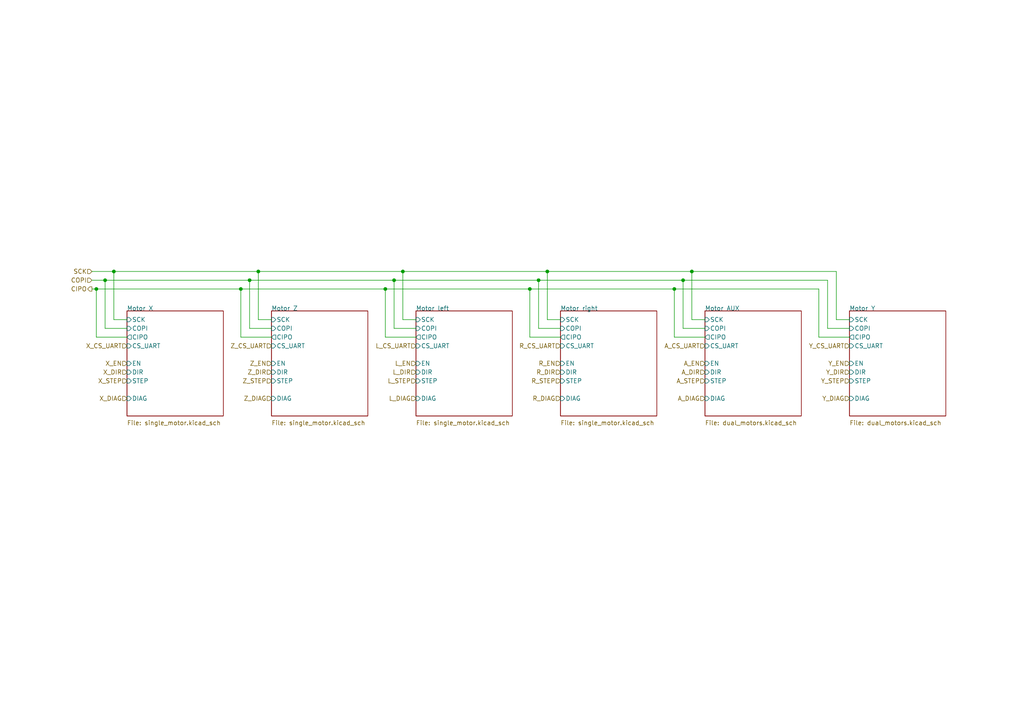
<source format=kicad_sch>
(kicad_sch (version 20211123) (generator eeschema)
  (paper "A4")
  (title_block (title "LumenPnP Motherboard") (date "2022-09-09") (rev "004A") (company "Opulo") (comment 1 "Reengineered by Magpie"))
  (lib_symbols)
  (junction (at 114.3 81.28))
  (junction (at 153.67 83.82))
  (junction (at 195.58 83.82))
  (junction (at 72.39 81.28))
  (junction (at 30.48 81.28))
  (junction (at 198.12 81.28))
  (junction (at 74.93 78.74))
  (junction (at 156.21 81.28))
  (junction (at 158.75 78.74))
  (junction (at 33.02 78.74))
  (junction (at 116.84 78.74))
  (junction (at 200.66 78.74))
  (junction (at 27.94 83.82))
  (junction (at 69.85 83.82))
  (junction (at 111.76 83.82))
  (wire (pts (xy 116.84 92.71) (xy 116.84 78.74)))
  (wire (pts (xy 158.75 78.74) (xy 200.66 78.74)))
  (wire (pts (xy 69.85 83.82) (xy 111.76 83.82)))
  (wire (pts (xy 33.02 78.74) (xy 26.67 78.74)))
  (wire (pts (xy 116.84 78.74) (xy 158.75 78.74)))
  (wire (pts (xy 72.39 95.25) (xy 72.39 81.28)))
  (wire (pts (xy 78.74 92.71) (xy 74.93 92.71)))
  (wire (pts (xy 242.57 78.74) (xy 200.66 78.74)))
  (wire (pts (xy 158.75 92.71) (xy 158.75 78.74)))
  (wire (pts (xy 198.12 95.25) (xy 198.12 81.28)))
  (wire (pts (xy 120.65 95.25) (xy 114.3 95.25)))
  (wire (pts (xy 74.93 92.71) (xy 74.93 78.74)))
  (wire (pts (xy 78.74 97.79) (xy 69.85 97.79)))
  (wire (pts (xy 120.65 92.71) (xy 116.84 92.71)))
  (wire (pts (xy 162.56 97.79) (xy 153.67 97.79)))
  (wire (pts (xy 36.83 92.71) (xy 33.02 92.71)))
  (wire (pts (xy 153.67 97.79) (xy 153.67 83.82)))
  (wire (pts (xy 195.58 97.79) (xy 195.58 83.82)))
  (wire (pts (xy 204.47 95.25) (xy 198.12 95.25)))
  (wire (pts (xy 153.67 83.82) (xy 195.58 83.82)))
  (wire (pts (xy 36.83 95.25) (xy 30.48 95.25)))
  (wire (pts (xy 30.48 81.28) (xy 72.39 81.28)))
  (wire (pts (xy 78.74 95.25) (xy 72.39 95.25)))
  (wire (pts (xy 33.02 92.71) (xy 33.02 78.74)))
  (wire (pts (xy 246.38 95.25) (xy 240.03 95.25)))
  (wire (pts (xy 156.21 95.25) (xy 156.21 81.28)))
  (wire (pts (xy 114.3 95.25) (xy 114.3 81.28)))
  (wire (pts (xy 114.3 81.28) (xy 156.21 81.28)))
  (wire (pts (xy 204.47 92.71) (xy 200.66 92.71)))
  (wire (pts (xy 120.65 97.79) (xy 111.76 97.79)))
  (wire (pts (xy 242.57 92.71) (xy 242.57 78.74)))
  (wire (pts (xy 240.03 95.25) (xy 240.03 81.28)))
  (wire (pts (xy 111.76 83.82) (xy 153.67 83.82)))
  (wire (pts (xy 200.66 92.71) (xy 200.66 78.74)))
  (wire (pts (xy 36.83 97.79) (xy 27.94 97.79)))
  (wire (pts (xy 69.85 97.79) (xy 69.85 83.82)))
  (wire (pts (xy 27.94 83.82) (xy 26.67 83.82)))
  (wire (pts (xy 240.03 81.28) (xy 198.12 81.28)))
  (wire (pts (xy 162.56 92.71) (xy 158.75 92.71)))
  (wire (pts (xy 30.48 95.25) (xy 30.48 81.28)))
  (wire (pts (xy 156.21 81.28) (xy 198.12 81.28)))
  (wire (pts (xy 237.49 97.79) (xy 237.49 83.82)))
  (wire (pts (xy 237.49 83.82) (xy 195.58 83.82)))
  (wire (pts (xy 204.47 97.79) (xy 195.58 97.79)))
  (wire (pts (xy 246.38 92.71) (xy 242.57 92.71)))
  (wire (pts (xy 246.38 97.79) (xy 237.49 97.79)))
  (wire (pts (xy 30.48 81.28) (xy 26.67 81.28)))
  (wire (pts (xy 27.94 83.82) (xy 69.85 83.82)))
  (wire (pts (xy 33.02 78.74) (xy 74.93 78.74)))
  (wire (pts (xy 74.93 78.74) (xy 116.84 78.74)))
  (wire (pts (xy 27.94 97.79) (xy 27.94 83.82)))
  (wire (pts (xy 162.56 95.25) (xy 156.21 95.25)))
  (wire (pts (xy 111.76 97.79) (xy 111.76 83.82)))
  (wire (pts (xy 72.39 81.28) (xy 114.3 81.28)))
  (hierarchical_label "X_DIR" (shape input) (at 36.83 107.95 180))
  (hierarchical_label "Z_EN" (shape input) (at 78.74 105.41 180))
  (hierarchical_label "Z_DIAG" (shape input) (at 78.74 115.57 180))
  (hierarchical_label "Z_CS_UART" (shape input) (at 78.74 100.33 180))
  (hierarchical_label "L_EN" (shape input) (at 120.65 105.41 180))
  (hierarchical_label "Y_EN" (shape input) (at 246.38 105.41 180))
  (hierarchical_label "A_DIAG" (shape input) (at 204.47 115.57 180))
  (hierarchical_label "Z_STEP" (shape input) (at 78.74 110.49 180))
  (hierarchical_label "A_EN" (shape input) (at 204.47 105.41 180))
  (hierarchical_label "L_DIAG" (shape input) (at 120.65 115.57 180))
  (hierarchical_label "L_CS_UART" (shape input) (at 120.65 100.33 180))
  (hierarchical_label "Z_DIR" (shape input) (at 78.74 107.95 180))
  (hierarchical_label "COPI" (shape input) (at 26.67 81.28 180))
  (hierarchical_label "X_DIAG" (shape input) (at 36.83 115.57 180))
  (hierarchical_label "R_EN" (shape input) (at 162.56 105.41 180))
  (hierarchical_label "Y_DIAG" (shape input) (at 246.38 115.57 180))
  (hierarchical_label "R_CS_UART" (shape input) (at 162.56 100.33 180))
  (hierarchical_label "A_CS_UART" (shape input) (at 204.47 100.33 180))
  (hierarchical_label "Y_STEP" (shape input) (at 246.38 110.49 180))
  (hierarchical_label "X_STEP" (shape input) (at 36.83 110.49 180))
  (hierarchical_label "R_DIR" (shape input) (at 162.56 107.95 180))
  (hierarchical_label "X_EN" (shape input) (at 36.83 105.41 180))
  (hierarchical_label "L_STEP" (shape input) (at 120.65 110.49 180))
  (hierarchical_label "X_CS_UART" (shape input) (at 36.83 100.33 180))
  (hierarchical_label "Y_CS_UART" (shape input) (at 246.38 100.33 180))
  (hierarchical_label "L_DIR" (shape input) (at 120.65 107.95 180))
  (hierarchical_label "CIPO" (shape output) (at 26.67 83.82 180))
  (hierarchical_label "SCK" (shape input) (at 26.67 78.74 180))
  (hierarchical_label "Y_DIR" (shape input) (at 246.38 107.95 180))
  (hierarchical_label "A_STEP" (shape input) (at 204.47 110.49 180))
  (hierarchical_label "R_STEP" (shape input) (at 162.56 110.49 180))
  (hierarchical_label "A_DIR" (shape input) (at 204.47 107.95 180))
  (hierarchical_label "R_DIAG" (shape input) (at 162.56 115.57 180))
  (sheet (at 36.83 90.17) (size 27.94 30.48)
    (property "Sheet name" "Motor X" (at 36.83 90.17 0) (effects (justify left bottom)))
    (property "Sheet file" "single_motor.kicad_sch" (at 36.83 121.92 0) (effects (justify left top)))
    (pin "EN" input (at 36.83 105.41 180))
    (pin "STEP" input (at 36.83 110.49 180))
    (pin "DIR" input (at 36.83 107.95 180))
    (pin "CIPO" output (at 36.83 97.79 180))
    (pin "COPI" input (at 36.83 95.25 180))
    (pin "SCK" input (at 36.83 92.71 180))
    (pin "CS_UART" input (at 36.83 100.33 180))
    (pin "DIAG" input (at 36.83 115.57 180))
  )
  (sheet (at 204.47 90.17) (size 27.94 30.48)
    (property "Sheet name" "Motor AUX" (at 204.47 90.17 0) (effects (justify left bottom)))
    (property "Sheet file" "dual_motors.kicad_sch" (at 204.47 121.92 0) (effects (justify left top)))
    (pin "CS_UART" input (at 204.47 100.33 180))
    (pin "EN" input (at 204.47 105.41 180))
    (pin "STEP" input (at 204.47 110.49 180))
    (pin "DIR" input (at 204.47 107.95 180))
    (pin "COPI" input (at 204.47 95.25 180))
    (pin "SCK" input (at 204.47 92.71 180))
    (pin "CIPO" output (at 204.47 97.79 180))
    (pin "DIAG" input (at 204.47 115.57 180))
  )
  (sheet (at 78.74 90.17) (size 27.94 30.48)
    (property "Sheet name" "Motor Z" (at 78.74 90.17 0) (effects (justify left bottom)))
    (property "Sheet file" "single_motor.kicad_sch" (at 78.74 121.92 0) (effects (justify left top)))
    (pin "EN" input (at 78.74 105.41 180))
    (pin "STEP" input (at 78.74 110.49 180))
    (pin "DIR" input (at 78.74 107.95 180))
    (pin "CIPO" output (at 78.74 97.79 180))
    (pin "COPI" input (at 78.74 95.25 180))
    (pin "SCK" input (at 78.74 92.71 180))
    (pin "CS_UART" input (at 78.74 100.33 180))
    (pin "DIAG" input (at 78.74 115.57 180))
  )
  (sheet (at 162.56 90.17) (size 27.94 30.48)
    (property "Sheet name" "Motor right" (at 162.56 90.17 0) (effects (justify left bottom)))
    (property "Sheet file" "single_motor.kicad_sch" (at 162.56 121.92 0) (effects (justify left top)))
    (pin "EN" input (at 162.56 105.41 180))
    (pin "STEP" input (at 162.56 110.49 180))
    (pin "DIR" input (at 162.56 107.95 180))
    (pin "CIPO" output (at 162.56 97.79 180))
    (pin "COPI" input (at 162.56 95.25 180))
    (pin "SCK" input (at 162.56 92.71 180))
    (pin "CS_UART" input (at 162.56 100.33 180))
    (pin "DIAG" input (at 162.56 115.57 180))
  )
  (sheet (at 246.38 90.17) (size 27.94 30.48)
    (property "Sheet name" "Motor Y" (at 246.38 90.17 0) (effects (justify left bottom)))
    (property "Sheet file" "dual_motors.kicad_sch" (at 246.38 121.92 0) (effects (justify left top)))
    (pin "CIPO" output (at 246.38 97.79 180))
    (pin "COPI" input (at 246.38 95.25 180))
    (pin "CS_UART" input (at 246.38 100.33 180))
    (pin "SCK" input (at 246.38 92.71 180))
    (pin "EN" input (at 246.38 105.41 180))
    (pin "STEP" input (at 246.38 110.49 180))
    (pin "DIR" input (at 246.38 107.95 180))
    (pin "DIAG" input (at 246.38 115.57 180))
  )
  (sheet (at 120.65 90.17) (size 27.94 30.48)
    (property "Sheet name" "Motor left" (at 120.65 90.17 0) (effects (justify left bottom)))
    (property "Sheet file" "single_motor.kicad_sch" (at 120.65 121.92 0) (effects (justify left top)))
    (pin "EN" input (at 120.65 105.41 180))
    (pin "STEP" input (at 120.65 110.49 180))
    (pin "DIR" input (at 120.65 107.95 180))
    (pin "CIPO" output (at 120.65 97.79 180))
    (pin "COPI" input (at 120.65 95.25 180))
    (pin "SCK" input (at 120.65 92.71 180))
    (pin "CS_UART" input (at 120.65 100.33 180))
    (pin "DIAG" input (at 120.65 115.57 180))
  )
)
</source>
